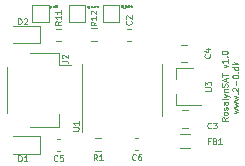
<source format=gbr>
%TF.GenerationSoftware,KiCad,Pcbnew,5.1.8-db9833491~87~ubuntu20.04.1*%
%TF.CreationDate,2020-11-23T16:47:10+01:00*%
%TF.ProjectId,rosalyn-sat,726f7361-6c79-46e2-9d73-61742e6b6963,v1.0*%
%TF.SameCoordinates,Original*%
%TF.FileFunction,Legend,Top*%
%TF.FilePolarity,Positive*%
%FSLAX46Y46*%
G04 Gerber Fmt 4.6, Leading zero omitted, Abs format (unit mm)*
G04 Created by KiCad (PCBNEW 5.1.8-db9833491~87~ubuntu20.04.1) date 2020-11-23 16:47:10*
%MOMM*%
%LPD*%
G01*
G04 APERTURE LIST*
%ADD10C,0.062500*%
%ADD11C,0.125000*%
%ADD12C,0.120000*%
%ADD13C,0.100000*%
G04 APERTURE END LIST*
D10*
X151060238Y-93018809D02*
X151036428Y-93006904D01*
X150988809Y-93006904D01*
X150965000Y-93018809D01*
X150953095Y-93042619D01*
X150953095Y-93054523D01*
X150965000Y-93078333D01*
X150988809Y-93090238D01*
X151024523Y-93090238D01*
X151048333Y-93102142D01*
X151060238Y-93125952D01*
X151060238Y-93137857D01*
X151048333Y-93161666D01*
X151024523Y-93173571D01*
X150988809Y-93173571D01*
X150965000Y-93161666D01*
X150869761Y-93173571D02*
X150822142Y-93006904D01*
X150774523Y-93125952D01*
X150726904Y-93006904D01*
X150679285Y-93173571D01*
X150476904Y-93006904D02*
X150476904Y-93256904D01*
X150476904Y-93018809D02*
X150500714Y-93006904D01*
X150548333Y-93006904D01*
X150572142Y-93018809D01*
X150584047Y-93030714D01*
X150595952Y-93054523D01*
X150595952Y-93125952D01*
X150584047Y-93149761D01*
X150572142Y-93161666D01*
X150548333Y-93173571D01*
X150500714Y-93173571D01*
X150476904Y-93161666D01*
X150357857Y-93006904D02*
X150357857Y-93173571D01*
X150357857Y-93256904D02*
X150369761Y-93245000D01*
X150357857Y-93233095D01*
X150345952Y-93245000D01*
X150357857Y-93256904D01*
X150357857Y-93233095D01*
X150203095Y-93006904D02*
X150226904Y-93018809D01*
X150238809Y-93030714D01*
X150250714Y-93054523D01*
X150250714Y-93125952D01*
X150238809Y-93149761D01*
X150226904Y-93161666D01*
X150203095Y-93173571D01*
X150167380Y-93173571D01*
X150143571Y-93161666D01*
X150131666Y-93149761D01*
X150119761Y-93125952D01*
X150119761Y-93054523D01*
X150131666Y-93030714D01*
X150143571Y-93018809D01*
X150167380Y-93006904D01*
X150203095Y-93006904D01*
X144602619Y-93183571D02*
X144602619Y-92981190D01*
X144614523Y-92957380D01*
X144626428Y-92945476D01*
X144650238Y-92933571D01*
X144685952Y-92933571D01*
X144709761Y-92945476D01*
X144602619Y-93028809D02*
X144626428Y-93016904D01*
X144674047Y-93016904D01*
X144697857Y-93028809D01*
X144709761Y-93040714D01*
X144721666Y-93064523D01*
X144721666Y-93135952D01*
X144709761Y-93159761D01*
X144697857Y-93171666D01*
X144674047Y-93183571D01*
X144626428Y-93183571D01*
X144602619Y-93171666D01*
X144483571Y-93183571D02*
X144483571Y-93016904D01*
X144483571Y-93159761D02*
X144471666Y-93171666D01*
X144447857Y-93183571D01*
X144412142Y-93183571D01*
X144388333Y-93171666D01*
X144376428Y-93147857D01*
X144376428Y-93016904D01*
X144150238Y-93016904D02*
X144150238Y-93266904D01*
X144150238Y-93028809D02*
X144174047Y-93016904D01*
X144221666Y-93016904D01*
X144245476Y-93028809D01*
X144257380Y-93040714D01*
X144269285Y-93064523D01*
X144269285Y-93135952D01*
X144257380Y-93159761D01*
X144245476Y-93171666D01*
X144221666Y-93183571D01*
X144174047Y-93183571D01*
X144150238Y-93171666D01*
X148178333Y-93028809D02*
X148154523Y-93016904D01*
X148106904Y-93016904D01*
X148083095Y-93028809D01*
X148071190Y-93052619D01*
X148071190Y-93064523D01*
X148083095Y-93088333D01*
X148106904Y-93100238D01*
X148142619Y-93100238D01*
X148166428Y-93112142D01*
X148178333Y-93135952D01*
X148178333Y-93147857D01*
X148166428Y-93171666D01*
X148142619Y-93183571D01*
X148106904Y-93183571D01*
X148083095Y-93171666D01*
X147987857Y-93183571D02*
X147940238Y-93016904D01*
X147892619Y-93135952D01*
X147845000Y-93016904D01*
X147797380Y-93183571D01*
X147595000Y-93028809D02*
X147618809Y-93016904D01*
X147666428Y-93016904D01*
X147690238Y-93028809D01*
X147702142Y-93040714D01*
X147714047Y-93064523D01*
X147714047Y-93135952D01*
X147702142Y-93159761D01*
X147690238Y-93171666D01*
X147666428Y-93183571D01*
X147618809Y-93183571D01*
X147595000Y-93171666D01*
X147452142Y-93016904D02*
X147475952Y-93028809D01*
X147487857Y-93052619D01*
X147487857Y-93266904D01*
X147356904Y-93016904D02*
X147356904Y-93266904D01*
X147333095Y-93112142D02*
X147261666Y-93016904D01*
X147261666Y-93183571D02*
X147356904Y-93088333D01*
D11*
X159752857Y-102106666D02*
X160086190Y-102011428D01*
X159848095Y-101916190D01*
X160086190Y-101820952D01*
X159752857Y-101725714D01*
X159752857Y-101582857D02*
X160086190Y-101487619D01*
X159848095Y-101392380D01*
X160086190Y-101297142D01*
X159752857Y-101201904D01*
X159752857Y-101059047D02*
X160086190Y-100963809D01*
X159848095Y-100868571D01*
X160086190Y-100773333D01*
X159752857Y-100678095D01*
X160038571Y-100487619D02*
X160062380Y-100463809D01*
X160086190Y-100487619D01*
X160062380Y-100511428D01*
X160038571Y-100487619D01*
X160086190Y-100487619D01*
X159633809Y-100273333D02*
X159610000Y-100249523D01*
X159586190Y-100201904D01*
X159586190Y-100082857D01*
X159610000Y-100035238D01*
X159633809Y-100011428D01*
X159681428Y-99987619D01*
X159729047Y-99987619D01*
X159800476Y-100011428D01*
X160086190Y-100297142D01*
X160086190Y-99987619D01*
X159895714Y-99773333D02*
X159895714Y-99392380D01*
X159586190Y-99059047D02*
X159586190Y-99011428D01*
X159610000Y-98963809D01*
X159633809Y-98940000D01*
X159681428Y-98916190D01*
X159776666Y-98892380D01*
X159895714Y-98892380D01*
X159990952Y-98916190D01*
X160038571Y-98940000D01*
X160062380Y-98963809D01*
X160086190Y-99011428D01*
X160086190Y-99059047D01*
X160062380Y-99106666D01*
X160038571Y-99130476D01*
X159990952Y-99154285D01*
X159895714Y-99178095D01*
X159776666Y-99178095D01*
X159681428Y-99154285D01*
X159633809Y-99130476D01*
X159610000Y-99106666D01*
X159586190Y-99059047D01*
X160038571Y-98678095D02*
X160062380Y-98654285D01*
X160086190Y-98678095D01*
X160062380Y-98701904D01*
X160038571Y-98678095D01*
X160086190Y-98678095D01*
X160086190Y-98225714D02*
X159586190Y-98225714D01*
X160062380Y-98225714D02*
X160086190Y-98273333D01*
X160086190Y-98368571D01*
X160062380Y-98416190D01*
X160038571Y-98440000D01*
X159990952Y-98463809D01*
X159848095Y-98463809D01*
X159800476Y-98440000D01*
X159776666Y-98416190D01*
X159752857Y-98368571D01*
X159752857Y-98273333D01*
X159776666Y-98225714D01*
X160086190Y-97987619D02*
X159586190Y-97987619D01*
X159895714Y-97940000D02*
X160086190Y-97797142D01*
X159752857Y-97797142D02*
X159943333Y-97987619D01*
X159176190Y-102496666D02*
X158938095Y-102663333D01*
X159176190Y-102782380D02*
X158676190Y-102782380D01*
X158676190Y-102591904D01*
X158700000Y-102544285D01*
X158723809Y-102520476D01*
X158771428Y-102496666D01*
X158842857Y-102496666D01*
X158890476Y-102520476D01*
X158914285Y-102544285D01*
X158938095Y-102591904D01*
X158938095Y-102782380D01*
X159176190Y-102210952D02*
X159152380Y-102258571D01*
X159128571Y-102282380D01*
X159080952Y-102306190D01*
X158938095Y-102306190D01*
X158890476Y-102282380D01*
X158866666Y-102258571D01*
X158842857Y-102210952D01*
X158842857Y-102139523D01*
X158866666Y-102091904D01*
X158890476Y-102068095D01*
X158938095Y-102044285D01*
X159080952Y-102044285D01*
X159128571Y-102068095D01*
X159152380Y-102091904D01*
X159176190Y-102139523D01*
X159176190Y-102210952D01*
X159152380Y-101853809D02*
X159176190Y-101806190D01*
X159176190Y-101710952D01*
X159152380Y-101663333D01*
X159104761Y-101639523D01*
X159080952Y-101639523D01*
X159033333Y-101663333D01*
X159009523Y-101710952D01*
X159009523Y-101782380D01*
X158985714Y-101830000D01*
X158938095Y-101853809D01*
X158914285Y-101853809D01*
X158866666Y-101830000D01*
X158842857Y-101782380D01*
X158842857Y-101710952D01*
X158866666Y-101663333D01*
X159176190Y-101210952D02*
X158914285Y-101210952D01*
X158866666Y-101234761D01*
X158842857Y-101282380D01*
X158842857Y-101377619D01*
X158866666Y-101425238D01*
X159152380Y-101210952D02*
X159176190Y-101258571D01*
X159176190Y-101377619D01*
X159152380Y-101425238D01*
X159104761Y-101449047D01*
X159057142Y-101449047D01*
X159009523Y-101425238D01*
X158985714Y-101377619D01*
X158985714Y-101258571D01*
X158961904Y-101210952D01*
X159176190Y-100901428D02*
X159152380Y-100949047D01*
X159104761Y-100972857D01*
X158676190Y-100972857D01*
X158842857Y-100758571D02*
X159176190Y-100639523D01*
X158842857Y-100520476D02*
X159176190Y-100639523D01*
X159295238Y-100687142D01*
X159319047Y-100710952D01*
X159342857Y-100758571D01*
X158842857Y-100330000D02*
X159176190Y-100330000D01*
X158890476Y-100330000D02*
X158866666Y-100306190D01*
X158842857Y-100258571D01*
X158842857Y-100187142D01*
X158866666Y-100139523D01*
X158914285Y-100115714D01*
X159176190Y-100115714D01*
X159152380Y-99901428D02*
X159176190Y-99830000D01*
X159176190Y-99710952D01*
X159152380Y-99663333D01*
X159128571Y-99639523D01*
X159080952Y-99615714D01*
X159033333Y-99615714D01*
X158985714Y-99639523D01*
X158961904Y-99663333D01*
X158938095Y-99710952D01*
X158914285Y-99806190D01*
X158890476Y-99853809D01*
X158866666Y-99877619D01*
X158819047Y-99901428D01*
X158771428Y-99901428D01*
X158723809Y-99877619D01*
X158700000Y-99853809D01*
X158676190Y-99806190D01*
X158676190Y-99687142D01*
X158700000Y-99615714D01*
X159033333Y-99425238D02*
X159033333Y-99187142D01*
X159176190Y-99472857D02*
X158676190Y-99306190D01*
X159176190Y-99139523D01*
X158676190Y-99044285D02*
X158676190Y-98758571D01*
X159176190Y-98901428D02*
X158676190Y-98901428D01*
X158842857Y-98258571D02*
X159176190Y-98139523D01*
X158842857Y-98020476D01*
X159176190Y-97568095D02*
X159176190Y-97853809D01*
X159176190Y-97710952D02*
X158676190Y-97710952D01*
X158747619Y-97758571D01*
X158795238Y-97806190D01*
X158819047Y-97853809D01*
X159128571Y-97353809D02*
X159152380Y-97330000D01*
X159176190Y-97353809D01*
X159152380Y-97377619D01*
X159128571Y-97353809D01*
X159176190Y-97353809D01*
X158676190Y-97020476D02*
X158676190Y-96972857D01*
X158700000Y-96925238D01*
X158723809Y-96901428D01*
X158771428Y-96877619D01*
X158866666Y-96853809D01*
X158985714Y-96853809D01*
X159080952Y-96877619D01*
X159128571Y-96901428D01*
X159152380Y-96925238D01*
X159176190Y-96972857D01*
X159176190Y-97020476D01*
X159152380Y-97068095D01*
X159128571Y-97091904D01*
X159080952Y-97115714D01*
X158985714Y-97139523D01*
X158866666Y-97139523D01*
X158771428Y-97115714D01*
X158723809Y-97091904D01*
X158700000Y-97068095D01*
X158676190Y-97020476D01*
D12*
%TO.C,C6*%
X151354420Y-104240000D02*
X151635580Y-104240000D01*
X151354420Y-105260000D02*
X151635580Y-105260000D01*
%TO.C,U1*%
X153635000Y-100150000D02*
X153635000Y-97950000D01*
X153635000Y-100150000D02*
X153635000Y-102350000D01*
X146865000Y-100150000D02*
X146865000Y-97950000D01*
X146865000Y-100150000D02*
X146865000Y-103750000D01*
%TO.C,J2*%
X140465000Y-98210000D02*
X140465000Y-102090000D01*
X144935000Y-103260000D02*
X144935000Y-102210000D01*
X142435000Y-103260000D02*
X144935000Y-103260000D01*
X144935000Y-98090000D02*
X145925000Y-98090000D01*
X144935000Y-97040000D02*
X144935000Y-98090000D01*
X142435000Y-97040000D02*
X144935000Y-97040000D01*
%TO.C,R12*%
X148097258Y-96002500D02*
X147622742Y-96002500D01*
X148097258Y-94957500D02*
X147622742Y-94957500D01*
%TO.C,D2*%
X141020000Y-96215000D02*
X143305000Y-96215000D01*
X143305000Y-96215000D02*
X143305000Y-94745000D01*
X143305000Y-94745000D02*
X141020000Y-94745000D01*
%TO.C,R11*%
X145087258Y-94967500D02*
X144612742Y-94967500D01*
X145087258Y-96012500D02*
X144612742Y-96012500D01*
%TO.C,D1*%
X143322500Y-104085000D02*
X141037500Y-104085000D01*
X143322500Y-105555000D02*
X143322500Y-104085000D01*
X141037500Y-105555000D02*
X143322500Y-105555000D01*
%TO.C,C5*%
X145000580Y-104330000D02*
X144719420Y-104330000D01*
X145000580Y-105350000D02*
X144719420Y-105350000D01*
%TO.C,C3*%
X155328748Y-103365000D02*
X155851252Y-103365000D01*
X155328748Y-101895000D02*
X155851252Y-101895000D01*
%TO.C,U3*%
X154810000Y-98280000D02*
X156270000Y-98280000D01*
X154810000Y-101440000D02*
X156970000Y-101440000D01*
X154810000Y-101440000D02*
X154810000Y-100510000D01*
X154810000Y-98280000D02*
X154810000Y-99210000D01*
%TO.C,C4*%
X155741252Y-96335000D02*
X155218748Y-96335000D01*
X155741252Y-97805000D02*
X155218748Y-97805000D01*
%TO.C,C2*%
X150689420Y-96000000D02*
X150970580Y-96000000D01*
X150689420Y-94980000D02*
X150970580Y-94980000D01*
%TO.C,R1*%
X147962742Y-104267500D02*
X148437258Y-104267500D01*
X147962742Y-105312500D02*
X148437258Y-105312500D01*
%TO.C,TP1*%
X142630000Y-93000000D02*
X144030000Y-93000000D01*
X144030000Y-93000000D02*
X144030000Y-94400000D01*
X144030000Y-94400000D02*
X142630000Y-94400000D01*
X142630000Y-94400000D02*
X142630000Y-93000000D01*
%TO.C,TP2*%
X145740000Y-94400000D02*
X145740000Y-93000000D01*
X147140000Y-94400000D02*
X145740000Y-94400000D01*
X147140000Y-93000000D02*
X147140000Y-94400000D01*
X145740000Y-93000000D02*
X147140000Y-93000000D01*
%TO.C,TP3*%
X148600000Y-92990000D02*
X150000000Y-92990000D01*
X150000000Y-92990000D02*
X150000000Y-94390000D01*
X150000000Y-94390000D02*
X148600000Y-94390000D01*
X148600000Y-94390000D02*
X148600000Y-92990000D01*
%TO.C,FB1*%
X155989622Y-105050000D02*
X155190378Y-105050000D01*
X155989622Y-103930000D02*
X155190378Y-103930000D01*
%TO.C,C6*%
D11*
X151406666Y-106048571D02*
X151382857Y-106072380D01*
X151311428Y-106096190D01*
X151263809Y-106096190D01*
X151192380Y-106072380D01*
X151144761Y-106024761D01*
X151120952Y-105977142D01*
X151097142Y-105881904D01*
X151097142Y-105810476D01*
X151120952Y-105715238D01*
X151144761Y-105667619D01*
X151192380Y-105620000D01*
X151263809Y-105596190D01*
X151311428Y-105596190D01*
X151382857Y-105620000D01*
X151406666Y-105643809D01*
X151835238Y-105596190D02*
X151740000Y-105596190D01*
X151692380Y-105620000D01*
X151668571Y-105643809D01*
X151620952Y-105715238D01*
X151597142Y-105810476D01*
X151597142Y-106000952D01*
X151620952Y-106048571D01*
X151644761Y-106072380D01*
X151692380Y-106096190D01*
X151787619Y-106096190D01*
X151835238Y-106072380D01*
X151859047Y-106048571D01*
X151882857Y-106000952D01*
X151882857Y-105881904D01*
X151859047Y-105834285D01*
X151835238Y-105810476D01*
X151787619Y-105786666D01*
X151692380Y-105786666D01*
X151644761Y-105810476D01*
X151620952Y-105834285D01*
X151597142Y-105881904D01*
%TO.C,U1*%
X146076190Y-103600952D02*
X146480952Y-103600952D01*
X146528571Y-103577142D01*
X146552380Y-103553333D01*
X146576190Y-103505714D01*
X146576190Y-103410476D01*
X146552380Y-103362857D01*
X146528571Y-103339047D01*
X146480952Y-103315238D01*
X146076190Y-103315238D01*
X146576190Y-102815238D02*
X146576190Y-103100952D01*
X146576190Y-102958095D02*
X146076190Y-102958095D01*
X146147619Y-103005714D01*
X146195238Y-103053333D01*
X146219047Y-103100952D01*
%TO.C,J2*%
X145156190Y-97686666D02*
X145513333Y-97686666D01*
X145584761Y-97710476D01*
X145632380Y-97758095D01*
X145656190Y-97829523D01*
X145656190Y-97877142D01*
X145203809Y-97472380D02*
X145180000Y-97448571D01*
X145156190Y-97400952D01*
X145156190Y-97281904D01*
X145180000Y-97234285D01*
X145203809Y-97210476D01*
X145251428Y-97186666D01*
X145299047Y-97186666D01*
X145370476Y-97210476D01*
X145656190Y-97496190D01*
X145656190Y-97186666D01*
%TO.C,R12*%
X148076190Y-94401428D02*
X147838095Y-94568095D01*
X148076190Y-94687142D02*
X147576190Y-94687142D01*
X147576190Y-94496666D01*
X147600000Y-94449047D01*
X147623809Y-94425238D01*
X147671428Y-94401428D01*
X147742857Y-94401428D01*
X147790476Y-94425238D01*
X147814285Y-94449047D01*
X147838095Y-94496666D01*
X147838095Y-94687142D01*
X148076190Y-93925238D02*
X148076190Y-94210952D01*
X148076190Y-94068095D02*
X147576190Y-94068095D01*
X147647619Y-94115714D01*
X147695238Y-94163333D01*
X147719047Y-94210952D01*
X147623809Y-93734761D02*
X147600000Y-93710952D01*
X147576190Y-93663333D01*
X147576190Y-93544285D01*
X147600000Y-93496666D01*
X147623809Y-93472857D01*
X147671428Y-93449047D01*
X147719047Y-93449047D01*
X147790476Y-93472857D01*
X148076190Y-93758571D01*
X148076190Y-93449047D01*
%TO.C,D2*%
X141450952Y-94606190D02*
X141450952Y-94106190D01*
X141570000Y-94106190D01*
X141641428Y-94130000D01*
X141689047Y-94177619D01*
X141712857Y-94225238D01*
X141736666Y-94320476D01*
X141736666Y-94391904D01*
X141712857Y-94487142D01*
X141689047Y-94534761D01*
X141641428Y-94582380D01*
X141570000Y-94606190D01*
X141450952Y-94606190D01*
X141927142Y-94153809D02*
X141950952Y-94130000D01*
X141998571Y-94106190D01*
X142117619Y-94106190D01*
X142165238Y-94130000D01*
X142189047Y-94153809D01*
X142212857Y-94201428D01*
X142212857Y-94249047D01*
X142189047Y-94320476D01*
X141903333Y-94606190D01*
X142212857Y-94606190D01*
%TO.C,R11*%
X145076190Y-94361428D02*
X144838095Y-94528095D01*
X145076190Y-94647142D02*
X144576190Y-94647142D01*
X144576190Y-94456666D01*
X144600000Y-94409047D01*
X144623809Y-94385238D01*
X144671428Y-94361428D01*
X144742857Y-94361428D01*
X144790476Y-94385238D01*
X144814285Y-94409047D01*
X144838095Y-94456666D01*
X144838095Y-94647142D01*
X145076190Y-93885238D02*
X145076190Y-94170952D01*
X145076190Y-94028095D02*
X144576190Y-94028095D01*
X144647619Y-94075714D01*
X144695238Y-94123333D01*
X144719047Y-94170952D01*
X145076190Y-93409047D02*
X145076190Y-93694761D01*
X145076190Y-93551904D02*
X144576190Y-93551904D01*
X144647619Y-93599523D01*
X144695238Y-93647142D01*
X144719047Y-93694761D01*
%TO.C,D1*%
X141470952Y-106206190D02*
X141470952Y-105706190D01*
X141590000Y-105706190D01*
X141661428Y-105730000D01*
X141709047Y-105777619D01*
X141732857Y-105825238D01*
X141756666Y-105920476D01*
X141756666Y-105991904D01*
X141732857Y-106087142D01*
X141709047Y-106134761D01*
X141661428Y-106182380D01*
X141590000Y-106206190D01*
X141470952Y-106206190D01*
X142232857Y-106206190D02*
X141947142Y-106206190D01*
X142090000Y-106206190D02*
X142090000Y-105706190D01*
X142042380Y-105777619D01*
X141994761Y-105825238D01*
X141947142Y-105849047D01*
%TO.C,C5*%
X144776666Y-106138571D02*
X144752857Y-106162380D01*
X144681428Y-106186190D01*
X144633809Y-106186190D01*
X144562380Y-106162380D01*
X144514761Y-106114761D01*
X144490952Y-106067142D01*
X144467142Y-105971904D01*
X144467142Y-105900476D01*
X144490952Y-105805238D01*
X144514761Y-105757619D01*
X144562380Y-105710000D01*
X144633809Y-105686190D01*
X144681428Y-105686190D01*
X144752857Y-105710000D01*
X144776666Y-105733809D01*
X145229047Y-105686190D02*
X144990952Y-105686190D01*
X144967142Y-105924285D01*
X144990952Y-105900476D01*
X145038571Y-105876666D01*
X145157619Y-105876666D01*
X145205238Y-105900476D01*
X145229047Y-105924285D01*
X145252857Y-105971904D01*
X145252857Y-106090952D01*
X145229047Y-106138571D01*
X145205238Y-106162380D01*
X145157619Y-106186190D01*
X145038571Y-106186190D01*
X144990952Y-106162380D01*
X144967142Y-106138571D01*
%TO.C,C3*%
D13*
X157776666Y-103378571D02*
X157752857Y-103402380D01*
X157681428Y-103426190D01*
X157633809Y-103426190D01*
X157562380Y-103402380D01*
X157514761Y-103354761D01*
X157490952Y-103307142D01*
X157467142Y-103211904D01*
X157467142Y-103140476D01*
X157490952Y-103045238D01*
X157514761Y-102997619D01*
X157562380Y-102950000D01*
X157633809Y-102926190D01*
X157681428Y-102926190D01*
X157752857Y-102950000D01*
X157776666Y-102973809D01*
X157943333Y-102926190D02*
X158252857Y-102926190D01*
X158086190Y-103116666D01*
X158157619Y-103116666D01*
X158205238Y-103140476D01*
X158229047Y-103164285D01*
X158252857Y-103211904D01*
X158252857Y-103330952D01*
X158229047Y-103378571D01*
X158205238Y-103402380D01*
X158157619Y-103426190D01*
X158014761Y-103426190D01*
X157967142Y-103402380D01*
X157943333Y-103378571D01*
%TO.C,U3*%
D11*
X157286190Y-100240952D02*
X157690952Y-100240952D01*
X157738571Y-100217142D01*
X157762380Y-100193333D01*
X157786190Y-100145714D01*
X157786190Y-100050476D01*
X157762380Y-100002857D01*
X157738571Y-99979047D01*
X157690952Y-99955238D01*
X157286190Y-99955238D01*
X157286190Y-99764761D02*
X157286190Y-99455238D01*
X157476666Y-99621904D01*
X157476666Y-99550476D01*
X157500476Y-99502857D01*
X157524285Y-99479047D01*
X157571904Y-99455238D01*
X157690952Y-99455238D01*
X157738571Y-99479047D01*
X157762380Y-99502857D01*
X157786190Y-99550476D01*
X157786190Y-99693333D01*
X157762380Y-99740952D01*
X157738571Y-99764761D01*
%TO.C,C4*%
X157668571Y-97153333D02*
X157692380Y-97177142D01*
X157716190Y-97248571D01*
X157716190Y-97296190D01*
X157692380Y-97367619D01*
X157644761Y-97415238D01*
X157597142Y-97439047D01*
X157501904Y-97462857D01*
X157430476Y-97462857D01*
X157335238Y-97439047D01*
X157287619Y-97415238D01*
X157240000Y-97367619D01*
X157216190Y-97296190D01*
X157216190Y-97248571D01*
X157240000Y-97177142D01*
X157263809Y-97153333D01*
X157382857Y-96724761D02*
X157716190Y-96724761D01*
X157192380Y-96843809D02*
X157549523Y-96962857D01*
X157549523Y-96653333D01*
%TO.C,C2*%
X150998571Y-94333333D02*
X151022380Y-94357142D01*
X151046190Y-94428571D01*
X151046190Y-94476190D01*
X151022380Y-94547619D01*
X150974761Y-94595238D01*
X150927142Y-94619047D01*
X150831904Y-94642857D01*
X150760476Y-94642857D01*
X150665238Y-94619047D01*
X150617619Y-94595238D01*
X150570000Y-94547619D01*
X150546190Y-94476190D01*
X150546190Y-94428571D01*
X150570000Y-94357142D01*
X150593809Y-94333333D01*
X150593809Y-94142857D02*
X150570000Y-94119047D01*
X150546190Y-94071428D01*
X150546190Y-93952380D01*
X150570000Y-93904761D01*
X150593809Y-93880952D01*
X150641428Y-93857142D01*
X150689047Y-93857142D01*
X150760476Y-93880952D01*
X151046190Y-94166666D01*
X151046190Y-93857142D01*
%TO.C,R1*%
D13*
X148116666Y-106126190D02*
X147950000Y-105888095D01*
X147830952Y-106126190D02*
X147830952Y-105626190D01*
X148021428Y-105626190D01*
X148069047Y-105650000D01*
X148092857Y-105673809D01*
X148116666Y-105721428D01*
X148116666Y-105792857D01*
X148092857Y-105840476D01*
X148069047Y-105864285D01*
X148021428Y-105888095D01*
X147830952Y-105888095D01*
X148592857Y-106126190D02*
X148307142Y-106126190D01*
X148450000Y-106126190D02*
X148450000Y-105626190D01*
X148402380Y-105697619D01*
X148354761Y-105745238D01*
X148307142Y-105769047D01*
%TO.C,FB1*%
X157663333Y-104474285D02*
X157496666Y-104474285D01*
X157496666Y-104736190D02*
X157496666Y-104236190D01*
X157734761Y-104236190D01*
X158091904Y-104474285D02*
X158163333Y-104498095D01*
X158187142Y-104521904D01*
X158210952Y-104569523D01*
X158210952Y-104640952D01*
X158187142Y-104688571D01*
X158163333Y-104712380D01*
X158115714Y-104736190D01*
X157925238Y-104736190D01*
X157925238Y-104236190D01*
X158091904Y-104236190D01*
X158139523Y-104260000D01*
X158163333Y-104283809D01*
X158187142Y-104331428D01*
X158187142Y-104379047D01*
X158163333Y-104426666D01*
X158139523Y-104450476D01*
X158091904Y-104474285D01*
X157925238Y-104474285D01*
X158687142Y-104736190D02*
X158401428Y-104736190D01*
X158544285Y-104736190D02*
X158544285Y-104236190D01*
X158496666Y-104307619D01*
X158449047Y-104355238D01*
X158401428Y-104379047D01*
%TD*%
M02*

</source>
